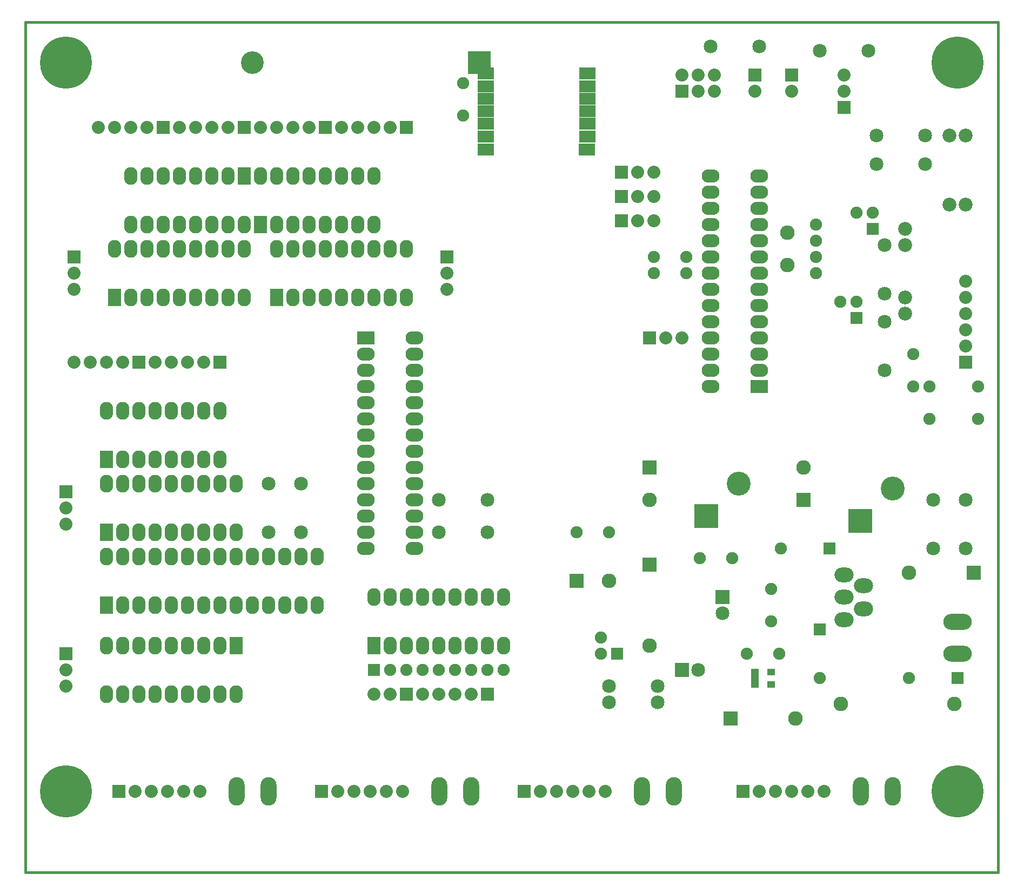
<source format=gts>
G04 (created by PCBNEW-RS274X (2011-05-25)-stable) date Tue 12 Jun 2012 12:29:23 AM MDT*
G01*
G70*
G90*
%MOIN*%
G04 Gerber Fmt 3.4, Leading zero omitted, Abs format*
%FSLAX34Y34*%
G04 APERTURE LIST*
%ADD10C,0.006000*%
%ADD11C,0.015000*%
%ADD12R,0.080000X0.080000*%
%ADD13C,0.080000*%
%ADD14C,0.086000*%
%ADD15O,0.110000X0.082000*%
%ADD16R,0.110000X0.082000*%
%ADD17O,0.082000X0.110000*%
%ADD18R,0.082000X0.110000*%
%ADD19C,0.090000*%
%ADD20R,0.090000X0.090000*%
%ADD21R,0.075000X0.075000*%
%ADD22C,0.075000*%
%ADD23R,0.098700X0.075100*%
%ADD24O,0.176000X0.098000*%
%ADD25R,0.085000X0.085000*%
%ADD26C,0.085000*%
%ADD27R,0.050000X0.040000*%
%ADD28R,0.140000X0.140000*%
%ADD29C,0.140000*%
%ADD30O,0.098000X0.176000*%
%ADD31O,0.118400X0.090900*%
%ADD32C,0.320000*%
%ADD33R,0.147600X0.147600*%
%ADD34C,0.147600*%
G04 APERTURE END LIST*
G54D10*
G54D11*
X28250Y-64750D02*
X28250Y-62500D01*
X88250Y-64750D02*
X88250Y-62500D01*
X88250Y-61250D02*
X88250Y-62500D01*
X28250Y-62500D02*
X28250Y-60750D01*
X28250Y-12250D02*
X28250Y-62250D01*
X88250Y-12250D02*
X28250Y-12250D01*
X88250Y-62250D02*
X88250Y-12250D01*
X28250Y-64750D02*
X88250Y-64750D01*
G54D12*
X65000Y-23000D03*
G54D13*
X66000Y-23000D03*
X67000Y-23000D03*
G54D12*
X65000Y-24500D03*
G54D13*
X66000Y-24500D03*
X67000Y-24500D03*
G54D12*
X65000Y-21500D03*
G54D13*
X66000Y-21500D03*
X67000Y-21500D03*
G54D12*
X34000Y-59750D03*
G54D13*
X35000Y-59750D03*
X36000Y-59750D03*
X37000Y-59750D03*
X38000Y-59750D03*
X39000Y-59750D03*
G54D12*
X46500Y-59750D03*
G54D13*
X47500Y-59750D03*
X48500Y-59750D03*
X49500Y-59750D03*
X50500Y-59750D03*
X51500Y-59750D03*
G54D14*
X85250Y-19250D03*
X86250Y-19250D03*
X86250Y-23500D03*
X85250Y-23500D03*
G54D15*
X49250Y-32750D03*
X49250Y-33750D03*
X49250Y-34750D03*
X49250Y-35750D03*
X49250Y-36750D03*
X49250Y-37750D03*
X49250Y-38750D03*
X49250Y-39750D03*
X49250Y-40750D03*
X49250Y-41750D03*
X49250Y-42750D03*
X49250Y-43750D03*
X49250Y-44750D03*
G54D16*
X49250Y-31750D03*
G54D15*
X52250Y-44750D03*
X52250Y-43750D03*
X52250Y-42750D03*
X52250Y-41750D03*
X52250Y-40750D03*
X52250Y-39750D03*
X52250Y-38750D03*
X52250Y-37750D03*
X52250Y-36750D03*
X52250Y-35750D03*
X52250Y-34750D03*
X52250Y-33750D03*
X52250Y-32750D03*
X52250Y-31750D03*
G54D17*
X34250Y-48250D03*
X35250Y-48250D03*
X36250Y-48250D03*
X37250Y-48250D03*
X38250Y-48250D03*
X39250Y-48250D03*
X40250Y-48250D03*
X41250Y-48250D03*
X42250Y-48250D03*
X43250Y-48250D03*
X44250Y-48250D03*
X45250Y-48250D03*
X46250Y-48250D03*
G54D18*
X33250Y-48250D03*
G54D17*
X46250Y-45250D03*
X45250Y-45250D03*
X44250Y-45250D03*
X43250Y-45250D03*
X42250Y-45250D03*
X41250Y-45250D03*
X40250Y-45250D03*
X39250Y-45250D03*
X38250Y-45250D03*
X37250Y-45250D03*
X36250Y-45250D03*
X35250Y-45250D03*
X34250Y-45250D03*
X33250Y-45250D03*
G54D18*
X49750Y-50750D03*
G54D17*
X50750Y-50750D03*
X51750Y-50750D03*
X52750Y-50750D03*
X53750Y-50750D03*
X54750Y-50750D03*
X55750Y-50750D03*
X56750Y-50750D03*
X57750Y-50750D03*
X57750Y-47750D03*
X56750Y-47750D03*
X55750Y-47750D03*
X54750Y-47750D03*
X53750Y-47750D03*
X52750Y-47750D03*
X51750Y-47750D03*
X50750Y-47750D03*
X49750Y-47750D03*
G54D19*
X82750Y-46250D03*
G54D20*
X86750Y-46250D03*
G54D21*
X85750Y-52750D03*
G54D22*
X82750Y-52750D03*
X69000Y-26750D03*
X67000Y-26750D03*
X74750Y-51250D03*
X72750Y-51250D03*
X55250Y-18000D03*
X55250Y-16000D03*
X77000Y-26750D03*
X77000Y-27750D03*
X69850Y-45350D03*
X71850Y-45350D03*
X77000Y-25750D03*
X77000Y-24750D03*
G54D12*
X59000Y-59750D03*
G54D13*
X60000Y-59750D03*
X61000Y-59750D03*
X62000Y-59750D03*
X63000Y-59750D03*
X64000Y-59750D03*
G54D20*
X66750Y-39750D03*
G54D19*
X66750Y-41750D03*
G54D22*
X83000Y-34750D03*
X83000Y-32750D03*
G54D19*
X66750Y-50750D03*
G54D20*
X66750Y-45750D03*
G54D19*
X75750Y-55250D03*
G54D20*
X71750Y-55250D03*
G54D21*
X77250Y-49750D03*
G54D22*
X77250Y-52750D03*
G54D21*
X77850Y-44750D03*
G54D22*
X74850Y-44750D03*
G54D12*
X72500Y-59750D03*
G54D13*
X73500Y-59750D03*
X74500Y-59750D03*
X75500Y-59750D03*
X76500Y-59750D03*
X77500Y-59750D03*
G54D23*
X62880Y-20093D03*
X62891Y-19305D03*
X62891Y-18518D03*
X62891Y-17750D03*
X62891Y-16982D03*
X62891Y-16195D03*
X62891Y-15407D03*
X56631Y-15407D03*
X56631Y-16195D03*
X56631Y-16982D03*
X56631Y-17750D03*
X56631Y-18518D03*
X56631Y-19305D03*
X56631Y-20093D03*
G54D15*
X73500Y-33750D03*
X73500Y-32750D03*
X73500Y-31750D03*
X73500Y-30750D03*
X73500Y-29750D03*
X73500Y-28750D03*
X73500Y-27750D03*
X73500Y-26750D03*
X73500Y-25750D03*
X73500Y-24750D03*
X73500Y-23750D03*
X73500Y-22750D03*
X73500Y-21750D03*
G54D16*
X73500Y-34750D03*
G54D15*
X70500Y-21750D03*
X70500Y-22750D03*
X70500Y-23750D03*
X70500Y-24750D03*
X70500Y-25750D03*
X70500Y-26750D03*
X70500Y-27750D03*
X70500Y-28750D03*
X70500Y-29750D03*
X70500Y-30750D03*
X70500Y-31750D03*
X70500Y-32750D03*
X70500Y-33750D03*
X70500Y-34750D03*
G54D12*
X68750Y-16500D03*
G54D13*
X68750Y-15500D03*
X69750Y-16500D03*
X69750Y-15500D03*
X70750Y-16500D03*
X70750Y-15500D03*
G54D22*
X87000Y-34750D03*
X87000Y-36750D03*
X84000Y-34750D03*
X84000Y-36750D03*
G54D24*
X85750Y-51240D03*
X85750Y-49270D03*
G54D25*
X68750Y-52250D03*
G54D26*
X69750Y-52250D03*
G54D20*
X62250Y-46750D03*
G54D19*
X64250Y-46750D03*
G54D22*
X64250Y-43750D03*
X62250Y-43750D03*
G54D20*
X76250Y-41750D03*
G54D19*
X76250Y-39750D03*
G54D25*
X71250Y-47750D03*
G54D26*
X71250Y-48750D03*
G54D22*
X74250Y-49250D03*
X74250Y-47250D03*
X67000Y-27750D03*
X69000Y-27750D03*
G54D26*
X67250Y-54250D03*
X64250Y-54250D03*
X64250Y-53250D03*
X67250Y-53250D03*
X86250Y-41750D03*
X86250Y-44750D03*
X84250Y-44750D03*
X84250Y-41750D03*
X45250Y-43750D03*
X45250Y-40750D03*
X70500Y-13750D03*
X73500Y-13750D03*
G54D21*
X64750Y-51250D03*
G54D22*
X63750Y-51250D03*
X63750Y-50250D03*
G54D27*
X73250Y-52375D03*
X73250Y-53125D03*
X74250Y-52375D03*
X73250Y-52750D03*
X74250Y-53125D03*
G54D19*
X75250Y-25250D03*
X75250Y-27250D03*
G54D18*
X43750Y-29250D03*
G54D17*
X44750Y-29250D03*
X45750Y-29250D03*
X46750Y-29250D03*
X47750Y-29250D03*
X48750Y-29250D03*
X49750Y-29250D03*
X50750Y-29250D03*
X51750Y-29250D03*
X51750Y-26250D03*
X50750Y-26250D03*
X49750Y-26250D03*
X48750Y-26250D03*
X47750Y-26250D03*
X46750Y-26250D03*
X45750Y-26250D03*
X44750Y-26250D03*
X43750Y-26250D03*
G54D18*
X33750Y-29250D03*
G54D17*
X34750Y-29250D03*
X35750Y-29250D03*
X36750Y-29250D03*
X37750Y-29250D03*
X38750Y-29250D03*
X39750Y-29250D03*
X40750Y-29250D03*
X41750Y-29250D03*
X41750Y-26250D03*
X40750Y-26250D03*
X39750Y-26250D03*
X38750Y-26250D03*
X37750Y-26250D03*
X36750Y-26250D03*
X35750Y-26250D03*
X34750Y-26250D03*
X33750Y-26250D03*
G54D18*
X33250Y-43750D03*
G54D17*
X34250Y-43750D03*
X35250Y-43750D03*
X36250Y-43750D03*
X37250Y-43750D03*
X38250Y-43750D03*
X39250Y-43750D03*
X40250Y-43750D03*
X41250Y-43750D03*
X41250Y-40750D03*
X40250Y-40750D03*
X39250Y-40750D03*
X38250Y-40750D03*
X37250Y-40750D03*
X36250Y-40750D03*
X35250Y-40750D03*
X34250Y-40750D03*
X33250Y-40750D03*
G54D18*
X41250Y-50750D03*
G54D17*
X40250Y-50750D03*
X39250Y-50750D03*
X38250Y-50750D03*
X37250Y-50750D03*
X36250Y-50750D03*
X35250Y-50750D03*
X34250Y-50750D03*
X33250Y-50750D03*
X33250Y-53750D03*
X34250Y-53750D03*
X35250Y-53750D03*
X36250Y-53750D03*
X37250Y-53750D03*
X38250Y-53750D03*
X39250Y-53750D03*
X40250Y-53750D03*
X41250Y-53750D03*
G54D26*
X83750Y-21000D03*
X80750Y-21000D03*
X83750Y-19250D03*
X80750Y-19250D03*
G54D28*
X56250Y-14750D03*
G54D29*
X42250Y-14750D03*
G54D26*
X53750Y-43750D03*
X56750Y-43750D03*
G54D30*
X41270Y-59750D03*
X43240Y-59750D03*
X79760Y-59750D03*
X81730Y-59750D03*
X53760Y-59750D03*
X55730Y-59750D03*
X66260Y-59750D03*
X68230Y-59750D03*
G54D18*
X41750Y-21750D03*
G54D17*
X40750Y-21750D03*
X39750Y-21750D03*
X38750Y-21750D03*
X37750Y-21750D03*
X36750Y-21750D03*
X35750Y-21750D03*
X34750Y-21750D03*
X34750Y-24750D03*
X35750Y-24750D03*
X36750Y-24750D03*
X37750Y-24750D03*
X38750Y-24750D03*
X39750Y-24750D03*
X40750Y-24750D03*
X41750Y-24750D03*
G54D18*
X42750Y-24750D03*
G54D17*
X43750Y-24750D03*
X44750Y-24750D03*
X45750Y-24750D03*
X46750Y-24750D03*
X47750Y-24750D03*
X48750Y-24750D03*
X49750Y-24750D03*
X49750Y-21750D03*
X48750Y-21750D03*
X47750Y-21750D03*
X46750Y-21750D03*
X45750Y-21750D03*
X44750Y-21750D03*
X43750Y-21750D03*
X42750Y-21750D03*
G54D12*
X86250Y-33250D03*
G54D13*
X86250Y-32250D03*
X86250Y-31250D03*
X86250Y-30250D03*
X86250Y-29250D03*
X86250Y-28250D03*
G54D31*
X78754Y-47750D03*
X78754Y-46372D03*
X78754Y-49128D03*
X79935Y-48459D03*
X79935Y-47041D03*
G54D32*
X30750Y-14750D03*
X85750Y-14750D03*
X30750Y-59750D03*
X85750Y-59750D03*
G54D21*
X49750Y-52250D03*
G54D22*
X50750Y-52250D03*
X51750Y-52250D03*
X52750Y-52250D03*
X53750Y-52250D03*
X54750Y-52250D03*
X55750Y-52250D03*
X56750Y-52250D03*
X57750Y-52250D03*
G54D26*
X81250Y-29000D03*
X81250Y-26000D03*
X81250Y-30750D03*
X81250Y-33750D03*
X53750Y-41750D03*
X56750Y-41750D03*
X43250Y-43750D03*
X43250Y-40750D03*
G54D12*
X51750Y-53750D03*
G54D13*
X50750Y-53750D03*
X49750Y-53750D03*
G54D12*
X54250Y-26750D03*
G54D13*
X54250Y-27750D03*
X54250Y-28750D03*
G54D12*
X31250Y-26750D03*
G54D13*
X31250Y-27750D03*
X31250Y-28750D03*
G54D12*
X30750Y-41250D03*
G54D13*
X30750Y-42250D03*
X30750Y-43250D03*
G54D12*
X30750Y-51250D03*
G54D13*
X30750Y-52250D03*
X30750Y-53250D03*
G54D14*
X82500Y-30250D03*
X82500Y-29250D03*
X82500Y-26000D03*
X82500Y-25000D03*
G54D18*
X33250Y-39250D03*
G54D17*
X34250Y-39250D03*
X35250Y-39250D03*
X36250Y-39250D03*
X37250Y-39250D03*
X38250Y-39250D03*
X39250Y-39250D03*
X40250Y-39250D03*
X40250Y-36250D03*
X39250Y-36250D03*
X38250Y-36250D03*
X37250Y-36250D03*
X36250Y-36250D03*
X35250Y-36250D03*
X34250Y-36250D03*
X33250Y-36250D03*
G54D12*
X41750Y-18750D03*
G54D13*
X40750Y-18750D03*
X39750Y-18750D03*
X38750Y-18750D03*
X37750Y-18750D03*
G54D12*
X51750Y-18750D03*
G54D13*
X50750Y-18750D03*
X49750Y-18750D03*
X48750Y-18750D03*
X47750Y-18750D03*
G54D12*
X56750Y-53750D03*
G54D13*
X55750Y-53750D03*
X54750Y-53750D03*
X53750Y-53750D03*
X52750Y-53750D03*
G54D12*
X40250Y-33250D03*
G54D13*
X39250Y-33250D03*
X38250Y-33250D03*
X37250Y-33250D03*
X36250Y-33250D03*
G54D21*
X79500Y-30500D03*
G54D22*
X79500Y-29500D03*
X78500Y-29500D03*
G54D21*
X80500Y-25000D03*
G54D22*
X80500Y-24000D03*
X79500Y-24000D03*
G54D12*
X75500Y-15500D03*
G54D13*
X75500Y-16500D03*
G54D12*
X73250Y-15500D03*
G54D13*
X73250Y-16500D03*
G54D12*
X36750Y-18750D03*
G54D13*
X35750Y-18750D03*
X34750Y-18750D03*
X33750Y-18750D03*
X32750Y-18750D03*
G54D12*
X46750Y-18750D03*
G54D13*
X45750Y-18750D03*
X44750Y-18750D03*
X43750Y-18750D03*
X42750Y-18750D03*
G54D12*
X35250Y-33250D03*
G54D13*
X34250Y-33250D03*
X33250Y-33250D03*
X32250Y-33250D03*
X31250Y-33250D03*
G54D26*
X77250Y-14000D03*
X80250Y-14000D03*
G54D12*
X66750Y-31750D03*
G54D13*
X67750Y-31750D03*
X68750Y-31750D03*
G54D12*
X78750Y-17500D03*
G54D13*
X78750Y-16500D03*
X78750Y-15500D03*
G54D19*
X78550Y-54350D03*
X85550Y-54350D03*
G54D33*
X70250Y-42750D03*
G54D34*
X72250Y-40750D03*
G54D33*
X79750Y-43050D03*
G54D34*
X81750Y-41050D03*
M02*

</source>
